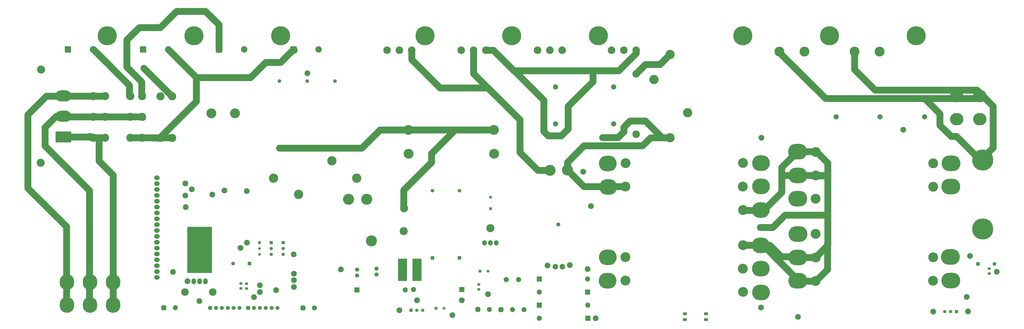
<source format=gbr>
%TF.GenerationSoftware,Altium Limited,Altium Designer,21.6.4 (81)*%
G04 Layer_Color=8388736*
%FSLAX43Y43*%
%MOMM*%
%TF.SameCoordinates,D4C572C6-D0EE-4933-9396-1D80D03FA8BE*%
%TF.FilePolarity,Negative*%
%TF.FileFunction,Soldermask,Top*%
%TF.Part,Single*%
G01*
G75*
%TA.AperFunction,SMDPad,CuDef*%
%ADD12R,1.200X1.100*%
%TA.AperFunction,ComponentPad*%
%ADD31C,2.200*%
%ADD34C,1.250*%
%ADD35R,1.250X1.250*%
%ADD36R,1.550X1.550*%
%ADD37C,1.550*%
%ADD40O,6.858X4.826*%
%ADD41R,6.858X4.826*%
%ADD42C,3.500*%
%ADD43R,2.200X2.200*%
%ADD50R,1.600X1.600*%
%ADD51C,1.600*%
%ADD52R,1.400X1.400*%
%ADD53C,1.400*%
%ADD57R,1.200X1.200*%
%ADD58C,1.200*%
%ADD59R,1.400X1.400*%
%ADD69C,2.800*%
%ADD70R,2.800X2.800*%
%ADD71R,1.300X1.300*%
%ADD72C,1.300*%
%TA.AperFunction,NonConductor*%
%ADD108C,3.000*%
%TA.AperFunction,ComponentPad*%
%ADD116C,1.727*%
%ADD117C,2.403*%
%ADD118C,4.775*%
%ADD119C,8.203*%
%ADD120C,3.505*%
%ADD121O,1.981X2.235*%
%ADD122O,1.981X2.489*%
%ADD123O,3.303X3.203*%
%ADD124C,4.013*%
%ADD125C,2.489*%
%ADD126C,2.153*%
G04:AMPARAMS|DCode=127|XSize=2.153mm|YSize=2.153mm|CornerRadius=0.589mm|HoleSize=0mm|Usage=FLASHONLY|Rotation=0.000|XOffset=0mm|YOffset=0mm|HoleType=Round|Shape=RoundedRectangle|*
%AMROUNDEDRECTD127*
21,1,2.153,0.975,0,0,0.0*
21,1,0.975,2.153,0,0,0.0*
1,1,1.178,0.488,-0.488*
1,1,1.178,-0.488,-0.488*
1,1,1.178,-0.488,0.488*
1,1,1.178,0.488,0.488*
%
%ADD127ROUNDEDRECTD127*%
%ADD128C,2.235*%
%ADD129C,2.203*%
%ADD130C,3.251*%
%ADD131C,1.803*%
%ADD132O,7.703X6.703*%
%ADD133C,4.267*%
%ADD134O,8.203X6.703*%
%ADD135O,5.791X5.283*%
%ADD136O,6.203X6.803*%
%ADD137C,9.093*%
%ADD138O,2.362X1.981*%
%ADD139C,1.703*%
G04:AMPARAMS|DCode=140|XSize=1.703mm|YSize=1.703mm|CornerRadius=0.477mm|HoleSize=0mm|Usage=FLASHONLY|Rotation=180.000|XOffset=0mm|YOffset=0mm|HoleType=Round|Shape=RoundedRectangle|*
%AMROUNDEDRECTD140*
21,1,1.703,0.750,0,0,180.0*
21,1,0.750,1.703,0,0,180.0*
1,1,0.953,-0.375,0.375*
1,1,0.953,0.375,0.375*
1,1,0.953,0.375,-0.375*
1,1,0.953,-0.375,-0.375*
%
%ADD140ROUNDEDRECTD140*%
%TA.AperFunction,NonConductor*%
%ADD148R,10.668X20.066*%
%TA.AperFunction,SMDPad,CuDef*%
%ADD149R,3.953X9.703*%
%ADD150R,1.803X1.203*%
D12*
X95333Y16674D02*
D03*
Y18774D02*
D03*
X419069Y23119D02*
D03*
Y25219D02*
D03*
X198275Y18400D02*
D03*
Y16300D02*
D03*
X97746Y16648D02*
D03*
Y18748D02*
D03*
D31*
X169955Y16200D02*
D03*
X166445Y16050D02*
D03*
X245340Y20800D02*
D03*
X224400Y15100D02*
D03*
X245395Y9425D02*
D03*
X224450Y3725D02*
D03*
D34*
X183175Y8025D02*
D03*
X202225Y24175D02*
D03*
D35*
X179675Y8025D02*
D03*
X198725Y24175D02*
D03*
D36*
X189850Y29920D02*
D03*
X112000Y77445D02*
D03*
X124000D02*
D03*
X136000D02*
D03*
X178175Y29920D02*
D03*
D37*
X189850Y59030D02*
D03*
X112000Y106555D02*
D03*
X124000D02*
D03*
X136000D02*
D03*
X178175Y59030D02*
D03*
D40*
X18502Y100090D02*
D03*
Y91327D02*
D03*
D41*
Y82310D02*
D03*
D42*
X8850Y111520D02*
D03*
X8723Y71134D02*
D03*
D43*
X190895Y16200D02*
D03*
X145505Y16050D02*
D03*
X224400Y20800D02*
D03*
X245340Y15100D02*
D03*
X224455Y9425D02*
D03*
X245390Y3725D02*
D03*
D50*
X414225Y27300D02*
D03*
X99050Y27475D02*
D03*
D51*
X421325Y27300D02*
D03*
X91950Y27475D02*
D03*
D52*
X404925Y6650D02*
D03*
X168900Y7200D02*
D03*
D53*
X402385Y6650D02*
D03*
X399845D02*
D03*
X108439Y31460D02*
D03*
Y34000D02*
D03*
X113550Y31460D02*
D03*
Y34000D02*
D03*
X171440Y7200D02*
D03*
X173980D02*
D03*
D57*
X103345Y36540D02*
D03*
D58*
Y34000D02*
D03*
Y31460D02*
D03*
D59*
X108439Y36540D02*
D03*
X113550D02*
D03*
D69*
X63880Y120272D02*
D03*
X96710D02*
D03*
X128954D02*
D03*
X31392D02*
D03*
D70*
X52960D02*
D03*
X85790D02*
D03*
X118034D02*
D03*
X20472D02*
D03*
D71*
X203325Y51225D02*
D03*
D72*
Y56225D02*
D03*
D108*
X76103Y108050D02*
X99425D01*
X76000Y97750D02*
Y108152D01*
X29925Y82575D02*
X30500Y82000D01*
X36540D01*
X31240Y82310D02*
X31550Y82000D01*
X18502Y82310D02*
X31240D01*
X251725Y82050D02*
X258425D01*
X261000Y84625D01*
Y86575D01*
X263650Y89225D01*
X270325D01*
X277550Y82000D01*
X281000D01*
X243753Y60806D02*
X261711D01*
X236587Y67972D02*
X243753Y60806D01*
X236587Y67972D02*
Y71337D01*
X243725Y78475D01*
X269025D01*
X272550Y82000D01*
X281000D01*
X266310Y109692D02*
X270343Y113725D01*
X276650D01*
X280675Y117750D01*
X281075D01*
X247575Y106300D02*
Y110750D01*
X236850Y95575D02*
X247575Y106300D01*
X236850Y85750D02*
Y95575D01*
X233925Y82825D02*
X236850Y85750D01*
X228225Y82825D02*
X233925D01*
X226325Y84725D02*
X228225Y82825D01*
X226325Y84725D02*
Y98200D01*
X213550Y110975D02*
X226325Y98200D01*
X266334Y118584D02*
Y119865D01*
X258750Y111000D02*
X266334Y118584D01*
X213425Y111000D02*
X258750D01*
X204550Y119875D02*
X213425Y111000D01*
X201100Y119875D02*
X204550D01*
X196000Y109750D02*
X205225Y100525D01*
X196000Y109750D02*
Y119865D01*
X169179Y115846D02*
Y119865D01*
Y115846D02*
X181500Y103525D01*
X202225D01*
X216000Y89750D01*
Y75650D02*
Y89750D01*
Y75650D02*
X223805Y67845D01*
X229094D01*
X165750Y51150D02*
Y59300D01*
X177725Y71275D01*
Y75075D01*
X188050Y85400D01*
X205000D01*
X204934Y85334D02*
X205000Y85400D01*
X155509Y85334D02*
X204934D01*
X147620Y77445D02*
X155509Y85334D01*
X112000Y77445D02*
X147620D01*
X99425Y108050D02*
X106050Y114675D01*
X112525D01*
X117775Y119925D01*
X118300D01*
X63880Y120272D02*
X76103Y108050D01*
X60125Y81875D02*
X76000Y97750D01*
X56775Y81875D02*
X60125D01*
X47460Y82000D02*
X65250D01*
X11150Y100000D02*
X36540D01*
X3125Y91975D02*
X11150Y100000D01*
X3125Y60125D02*
Y91975D01*
Y60125D02*
X19825Y43425D01*
Y9275D02*
Y43425D01*
X52575Y91025D02*
X52800Y90800D01*
X17925Y91500D02*
X18400Y91025D01*
X52575D01*
X18502Y91327D02*
X19029Y90800D01*
X15377Y91327D02*
X18502D01*
X10525Y86475D02*
X15377Y91327D01*
X10525Y78400D02*
Y86475D01*
Y78400D02*
X29800Y59125D01*
X29800Y8825D02*
X29800Y59125D01*
X40000Y9475D02*
Y65775D01*
X33900Y71875D02*
X40000Y65775D01*
X33900Y71875D02*
Y81750D01*
X31478Y120272D02*
X38975Y112775D01*
X31392Y120272D02*
X31478D01*
X45975Y124350D02*
X51350Y129725D01*
X45975Y112625D02*
Y124350D01*
Y112625D02*
X52375Y106225D01*
X38800Y112900D02*
X47075Y104625D01*
Y100025D02*
Y104625D01*
X53325Y112125D02*
X65600Y99850D01*
X52375Y100725D02*
X52750Y100350D01*
X52375Y100725D02*
Y106225D01*
X51350Y129725D02*
X60375D01*
X67425Y136775D01*
X80000D01*
X85790Y130985D01*
Y120272D02*
Y130985D01*
X330775Y48425D02*
X348850D01*
X325450Y43100D02*
X330775Y48425D01*
X320000Y43100D02*
X325450D01*
X320233Y35381D02*
X324119D01*
X329125Y30375D01*
X336700D01*
X321250Y35375D02*
X336800Y19825D01*
X320786Y35375D02*
X321250D01*
X320781Y35381D02*
X320786Y35375D01*
X312587Y35381D02*
X320781D01*
X336161Y75987D02*
X344037D01*
X329350Y69176D02*
X336161Y75987D01*
X329350Y65650D02*
Y69176D01*
X344150Y76100D02*
X349225Y71025D01*
Y65675D02*
Y71025D01*
X348975Y65425D02*
X349225Y65675D01*
X344400Y65425D02*
X348975D01*
X349150Y24900D02*
Y36475D01*
X344075Y19825D02*
X349150Y24900D01*
X336800Y19825D02*
X344075D01*
X341488Y65675D02*
X349225D01*
Y35375D02*
Y65675D01*
X343939Y30089D02*
X349225Y35375D01*
X336237Y30089D02*
X343939D01*
X329325Y65675D02*
X341488D01*
X329325D02*
X329350Y65650D01*
Y58375D02*
Y65650D01*
X321450Y50475D02*
X329350Y58375D01*
X312925Y50475D02*
X321450D01*
X391150Y99000D02*
X397750Y92400D01*
Y87375D02*
Y92400D01*
Y87375D02*
X402600Y82525D01*
X404900D01*
X413950Y73475D01*
X416625D01*
X420800Y77650D01*
Y95600D01*
X413800Y102600D02*
X420800Y95600D01*
X369725Y102600D02*
X413800D01*
X360834Y111491D02*
X369725Y102600D01*
X360834Y111491D02*
Y119325D01*
X348300Y98950D02*
X415525D01*
X328334Y118916D02*
X348300Y98950D01*
X328334Y118916D02*
Y119333D01*
D116*
X232650Y44350D02*
D03*
D117*
X231380Y26062D02*
D03*
X234428D02*
D03*
D118*
X229094Y67845D02*
D03*
X236587Y67972D02*
D03*
X141886Y55328D02*
D03*
X149760D02*
D03*
X151792Y37294D02*
D03*
X77450Y39975D02*
D03*
D119*
X75000Y126200D02*
D03*
X112500D02*
D03*
X37500D02*
D03*
X350000D02*
D03*
X387500D02*
D03*
X312500D02*
D03*
X212500D02*
D03*
X250000D02*
D03*
X175000D02*
D03*
D120*
X165889Y51391D02*
D03*
X165762Y41485D02*
D03*
X203217Y42777D02*
D03*
X65540Y81925D02*
D03*
X60460D02*
D03*
Y99950D02*
D03*
X65540D02*
D03*
X52540Y82000D02*
D03*
X47460D02*
D03*
Y100000D02*
D03*
X52540D02*
D03*
Y91000D02*
D03*
X47460D02*
D03*
X36540D02*
D03*
X31460D02*
D03*
X36540Y100000D02*
D03*
X31460D02*
D03*
X36540Y82000D02*
D03*
X31460D02*
D03*
D121*
X200677Y36427D02*
D03*
X203217D02*
D03*
X205757D02*
D03*
D122*
X74910Y19782D02*
D03*
X77450D02*
D03*
X79990D02*
D03*
D123*
X83100Y15100D02*
D03*
X71100D02*
D03*
D124*
X145450Y64425D02*
D03*
X109450D02*
D03*
X120250Y57425D02*
D03*
X134650Y72025D02*
D03*
X288600Y92800D02*
D03*
X274000Y107200D02*
D03*
X281000Y118000D02*
D03*
Y82000D02*
D03*
D125*
X248800Y3725D02*
D03*
X95100Y34200D02*
D03*
X103475Y15100D02*
D03*
X422375Y23925D02*
D03*
X410750Y30725D02*
D03*
X409300Y13000D02*
D03*
X409950Y6700D02*
D03*
X190925Y11525D02*
D03*
X171475D02*
D03*
X163850Y7225D02*
D03*
X186825Y5125D02*
D03*
X202200Y14150D02*
D03*
X381925Y85475D02*
D03*
X394875Y6600D02*
D03*
X245300Y25075D02*
D03*
X97925Y36550D02*
D03*
X118175Y31425D02*
D03*
X124075Y109925D02*
D03*
X65900Y23850D02*
D03*
X138575Y24875D02*
D03*
X100975Y12850D02*
D03*
X71225Y56918D02*
D03*
X71250Y62125D02*
D03*
X71428Y51889D02*
D03*
X88200Y59150D02*
D03*
X74069Y59585D02*
D03*
X82925Y57350D02*
D03*
X97800Y58825D02*
D03*
X118254Y23084D02*
D03*
X103500Y18075D02*
D03*
X118280Y17318D02*
D03*
X118275Y20250D02*
D03*
X110575Y15925D02*
D03*
X227994Y26612D02*
D03*
X237625Y26750D02*
D03*
X246800Y52325D02*
D03*
X243350Y67250D02*
D03*
X320325Y8425D02*
D03*
X77375Y11225D02*
D03*
X72150Y19825D02*
D03*
X320500Y81975D02*
D03*
X336325Y4375D02*
D03*
D126*
X66935Y8275D02*
D03*
X202800Y7525D02*
D03*
X217800Y7500D02*
D03*
X212800D02*
D03*
X127125Y8250D02*
D03*
D127*
X61935Y8275D02*
D03*
X197800Y7525D02*
D03*
X207800Y7500D02*
D03*
X122125Y8250D02*
D03*
D128*
X231427Y87975D02*
D03*
X256573D02*
D03*
X231427Y103975D02*
D03*
X256573D02*
D03*
D129*
X352825Y99000D02*
D03*
Y91000D02*
D03*
X391150D02*
D03*
Y99000D02*
D03*
X371850Y91000D02*
D03*
Y99000D02*
D03*
X215417Y20500D02*
D03*
X210083D02*
D03*
D130*
X190666Y119865D02*
D03*
X196000D02*
D03*
X201334D02*
D03*
X158511D02*
D03*
X163845D02*
D03*
X169179D02*
D03*
X223666D02*
D03*
X229000D02*
D03*
X234334D02*
D03*
X255666D02*
D03*
X261000D02*
D03*
X266334D02*
D03*
X266310Y109692D02*
D03*
Y83530D02*
D03*
D131*
X145575Y22305D02*
D03*
Y24845D02*
D03*
X154000Y22730D02*
D03*
Y25270D02*
D03*
D132*
X320258Y35355D02*
D03*
Y25271D02*
D03*
X320385Y14959D02*
D03*
X254091Y70839D02*
D03*
X254243Y60628D02*
D03*
X254066Y30123D02*
D03*
X253964Y20039D02*
D03*
X320233Y50671D02*
D03*
X320309Y60857D02*
D03*
Y70941D02*
D03*
D133*
X312587Y50646D02*
D03*
Y35381D02*
D03*
X261711Y20090D02*
D03*
X261660Y30250D02*
D03*
X261711Y60806D02*
D03*
X261762Y70966D02*
D03*
X312536Y15137D02*
D03*
X312486Y25271D02*
D03*
X312511Y60831D02*
D03*
X312562Y71017D02*
D03*
X343958Y40300D02*
D03*
Y55565D02*
D03*
X394835Y70856D02*
D03*
X394885Y60696D02*
D03*
X394835Y30140D02*
D03*
X394784Y19980D02*
D03*
X344009Y75809D02*
D03*
X344060Y65675D02*
D03*
X344035Y30115D02*
D03*
X343984Y19929D02*
D03*
X371629Y119325D02*
D03*
X360834D02*
D03*
X339129Y119333D02*
D03*
X328334D02*
D03*
X82507Y92555D02*
D03*
X92794D02*
D03*
X167873Y75047D02*
D03*
X167746Y85334D02*
D03*
X204746D02*
D03*
X204873Y75047D02*
D03*
D134*
X402582Y70907D02*
D03*
X402480Y60823D02*
D03*
X402302Y30318D02*
D03*
X402455Y20107D02*
D03*
X336161Y75987D02*
D03*
X336288Y65675D02*
D03*
Y55591D02*
D03*
X336313Y40275D02*
D03*
X336237Y30089D02*
D03*
Y20005D02*
D03*
D135*
X415000Y90000D02*
D03*
Y100000D02*
D03*
X405000D02*
D03*
Y90000D02*
D03*
D136*
X40000Y9460D02*
D03*
Y19366D02*
D03*
X20000Y9460D02*
D03*
Y19366D02*
D03*
X30000Y9460D02*
D03*
Y19366D02*
D03*
D137*
X416300Y42450D02*
D03*
Y72295D02*
D03*
D138*
X58978Y23965D02*
D03*
Y26505D02*
D03*
Y29045D02*
D03*
Y31585D02*
D03*
Y21425D02*
D03*
Y34125D02*
D03*
Y36665D02*
D03*
Y39205D02*
D03*
Y41745D02*
D03*
Y44285D02*
D03*
Y46825D02*
D03*
Y49365D02*
D03*
Y51905D02*
D03*
Y54445D02*
D03*
Y59525D02*
D03*
Y62065D02*
D03*
Y56985D02*
D03*
Y64605D02*
D03*
D139*
X89658Y8200D02*
D03*
X84578D02*
D03*
X87118D02*
D03*
X92198D02*
D03*
X94738D02*
D03*
X106041D02*
D03*
X100961D02*
D03*
X103501D02*
D03*
X108581D02*
D03*
X111121D02*
D03*
D140*
X82038D02*
D03*
X98421D02*
D03*
D148*
X77450Y33371D02*
D03*
D149*
X171475Y24725D02*
D03*
X165225D02*
D03*
D150*
X287425Y3130D02*
D03*
X296575Y5670D02*
D03*
X287425D02*
D03*
X296575Y3130D02*
D03*
%TF.MD5,9a5b678d3fcf60538c78a054d850396e*%
M02*

</source>
